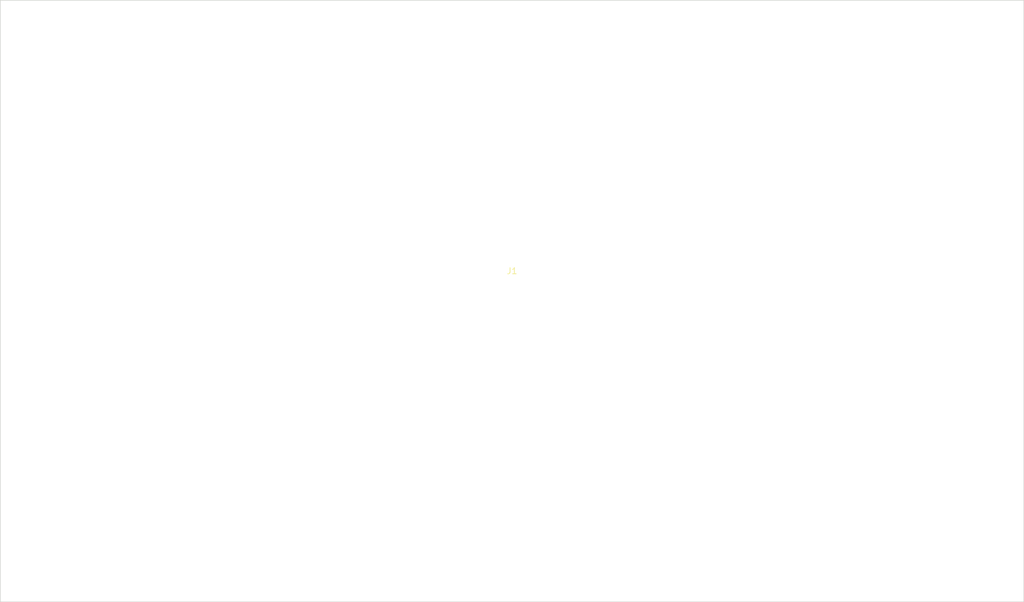
<source format=kicad_pcb>
(kicad_pcb (version 20231120) (generator "pcbnew")
  (layers (0 "F.Cu" signal) (31 "B.Cu" signal) (34 "B.Paste" user) (35 "F.Paste" user) (36 "B.SilkS" user) (37 "F.SilkS" user) (38 "B.Mask" user) (39 "F.Mask" user) (44 "Edge.Cuts" user))
  (net 0 "")
  (gr_rect (start 20 20) (end 190 120) (stroke (width 0.1)) (fill none) (layer "Edge.Cuts"))
  (footprint "Connector_Card:SO-DIMM-200" (layer "F.Cu") (at 105 70 0)
    (property "Reference" "J1" (at 0 -5 0) (layer "F.SilkS"))
    (property "Value" "UCE_SO-DIMM_200")
  )
)
</source>
